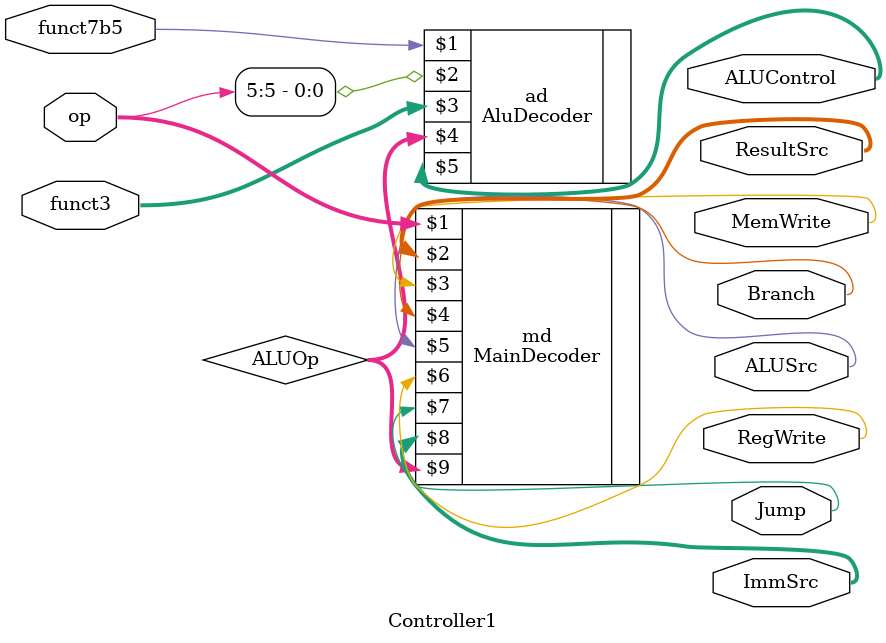
<source format=v>
 module Controller1(op, funct3 , funct7b5, ResultSrc, ImmSrc, MemWrite, Branch, ALUSrc, RegWrite, Jump, ALUControl);
 
 input [6:0] op;
 input [2:0] funct3;
 input funct7b5;
 output [1:0] ResultSrc,ImmSrc;
 output MemWrite,Branch, ALUSrc,RegWrite, Jump;
 output [2:0] ALUControl;
 
 wire [1:0] ALUOp;
 wire Branch;
 
 MainDecoder md(op, ResultSrc, MemWrite, Branch, ALUSrc, RegWrite, Jump, ImmSrc, ALUOp);
 AluDecoder ad(funct7b5 , op[5], funct3, ALUOp, ALUControl);
 
 endmodule
</source>
